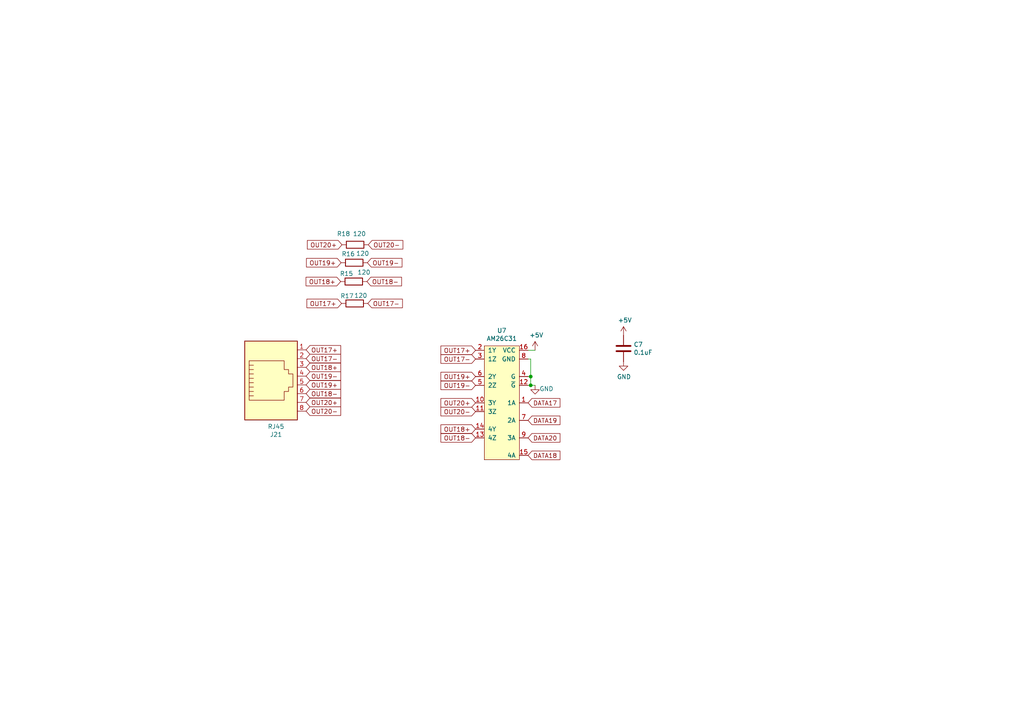
<source format=kicad_sch>
(kicad_sch (version 20211123) (generator eeschema)
  (paper "A4")
  (title_block (title "BBB 16 SMD") (date "2022-02-11") (rev "v2"))
  (lib_symbols
    (symbol "AM26C31:AM26C31" (pin_names (offset 1.016))
      (property "Reference" "IC" (at -5.08 17.78 0))
      (property "Value" "AM26C31" (at -5.08 -17.78 0))
      (symbol "AM26C31_0_0"
        (pin input line (at -7.62 0 0) (length 2.54) (name "1A") (number "1"))
        (pin output line (at 7.62 0 180) (length 2.54) (name "3Y") (number "10"))
        (pin output line (at 7.62 -2.54 180) (length 2.54) (name "3Z") (number "11"))
        (pin input line (at -7.62 5.08 0) (length 2.54) (name "~{G}") (number "12"))
        (pin output line (at 7.62 -10.16 180) (length 2.54) (name "4Z") (number "13"))
        (pin output line (at 7.62 -7.62 180) (length 2.54) (name "4Y") (number "14"))
        (pin input line (at -7.62 -15.24 0) (length 2.54) (name "4A") (number "15"))
        (pin power_in line (at -7.62 15.24 0) (length 2.54) (name "VCC") (number "16"))
        (pin output line (at 7.62 15.24 180) (length 2.54) (name "1Y") (number "2"))
        (pin output line (at 7.62 12.7 180) (length 2.54) (name "1Z") (number "3"))
        (pin input line (at -7.62 7.62 0) (length 2.54) (name "G") (number "4"))
        (pin output line (at 7.62 5.08 180) (length 2.54) (name "2Z") (number "5"))
        (pin output line (at 7.62 7.62 180) (length 2.54) (name "2Y") (number "6"))
        (pin input line (at -7.62 -5.08 0) (length 2.54) (name "2A") (number "7"))
        (pin power_in line (at -7.62 12.7 0) (length 2.54) (name "GND") (number "8"))
        (pin input line (at -7.62 -10.16 0) (length 2.54) (name "3A") (number "9"))
      )
      (symbol "AM26C31_0_1"
        (rectangle (start -5.08 16.51) (end 5.08 -16.51) (fill (type background)))
      )
    )
    (symbol "Connector:RJ45" (pin_names (offset 1.016))
      (property "Reference" "J" (at -5.08 13.97 0))
      (property "Value" "RJ45" (at 2.54 13.97 0))
      (symbol "RJ45_0_1"
        (polyline (pts (xy -5.08 4.445) (xy -6.35 4.445)))
        (polyline (pts (xy -5.08 5.715) (xy -6.35 5.715)))
        (polyline (pts (xy -6.35 -3.175) (xy -5.08 -3.175) (xy -5.08 -3.175)))
        (polyline (pts (xy -6.35 -1.905) (xy -5.08 -1.905) (xy -5.08 -1.905)))
        (polyline (pts (xy -6.35 -0.635) (xy -5.08 -0.635) (xy -5.08 -0.635)))
        (polyline (pts (xy -6.35 0.635) (xy -5.08 0.635) (xy -5.08 0.635)))
        (polyline (pts (xy -6.35 1.905) (xy -5.08 1.905) (xy -5.08 1.905)))
        (polyline (pts (xy -5.08 3.175) (xy -6.35 3.175) (xy -6.35 3.175)))
        (polyline (pts (xy -6.35 -4.445) (xy -6.35 6.985) (xy 3.81 6.985) (xy 3.81 4.445) (xy 5.08 4.445) (xy 5.08 3.175) (xy 6.35 3.175) (xy 6.35 -0.635) (xy 5.08 -0.635) (xy 5.08 -1.905) (xy 3.81 -1.905) (xy 3.81 -4.445) (xy -6.35 -4.445) (xy -6.35 -4.445)))
        (rectangle (start 7.62 12.7) (end -7.62 -10.16) (stroke (width 0.254)) (fill (type background)))
      )
      (symbol "RJ45_1_1"
        (pin passive line (at 10.16 -7.62 180) (length 2.54) (name "~") (number "1"))
        (pin passive line (at 10.16 -5.08 180) (length 2.54) (name "~") (number "2"))
        (pin passive line (at 10.16 -2.54 180) (length 2.54) (name "~") (number "3"))
        (pin passive line (at 10.16 0 180) (length 2.54) (name "~") (number "4"))
        (pin passive line (at 10.16 2.54 180) (length 2.54) (name "~") (number "5"))
        (pin passive line (at 10.16 5.08 180) (length 2.54) (name "~") (number "6"))
        (pin passive line (at 10.16 7.62 180) (length 2.54) (name "~") (number "7"))
        (pin passive line (at 10.16 10.16 180) (length 2.54) (name "~") (number "8"))
      )
    )
    (symbol "Device:C" (pin_numbers hide) (pin_names (offset 0.254))
      (property "Reference" "C" (at 0.635 2.54 0))
      (property "Value" "C" (at 0.635 -2.54 0))
      (symbol "C_0_1"
        (polyline (pts (xy -2.032 -0.762) (xy 2.032 -0.762)) (stroke (width 0.508)))
        (polyline (pts (xy -2.032 0.762) (xy 2.032 0.762)) (stroke (width 0.508)))
      )
      (symbol "C_1_1"
        (pin passive line (at 0 3.81 270) (length 2.794) (name "~") (number "1"))
        (pin passive line (at 0 -3.81 90) (length 2.794) (name "~") (number "2"))
      )
    )
    (symbol "PB_16-rescue:R-Device" (pin_numbers hide) (pin_names (offset 0))
      (property "Reference" "R" (at 2.032 0 90))
      (property "Value" "R-Device" (at 0 0 90))
      (symbol "R-Device_0_1"
        (rectangle (start -1.016 -2.54) (end 1.016 2.54) (stroke (width 0.254)))
      )
      (symbol "R-Device_1_1"
        (pin passive line (at 0 3.81 270) (length 1.27) (name "~") (number "1"))
        (pin passive line (at 0 -3.81 90) (length 1.27) (name "~") (number "2"))
      )
    )
    (symbol "power:+5V" (power) (pin_names (offset 0))
      (property "Value" "+5V" (at 0 3.556 0))
      (symbol "+5V_0_1"
        (polyline (pts (xy -0.762 1.27) (xy 0 2.54)))
        (polyline (pts (xy 0 0) (xy 0 2.54)))
        (polyline (pts (xy 0 2.54) (xy 0.762 1.27)))
      )
      (symbol "+5V_1_1"
        (pin power_in line (at 0 0 90) (length 0) hide (name "+5V") (number "1"))
      )
    )
    (symbol "power:GND" (power) (pin_names (offset 0))
      (property "Value" "GND" (at 0 -3.81 0))
      (symbol "GND_0_1"
        (polyline (pts (xy 0 0) (xy 0 -1.27) (xy 1.27 -1.27) (xy 0 -2.54) (xy -1.27 -1.27) (xy 0 -1.27)))
      )
      (symbol "GND_1_1"
        (pin power_in line (at 0 0 270) (length 0) hide (name "GND") (number "1"))
      )
    )
  )
  (junction (at 153.924 109.22))
  (junction (at 153.924 111.76))
  (wire (pts (xy 155.194 111.76) (xy 153.924 111.76)))
  (wire (pts (xy 153.162 104.14) (xy 153.924 104.14)))
  (wire (pts (xy 153.162 109.22) (xy 153.924 109.22)))
  (wire (pts (xy 153.924 104.14) (xy 153.924 109.22)))
  (wire (pts (xy 153.924 111.76) (xy 153.162 111.76)))
  (wire (pts (xy 153.162 101.6) (xy 155.194 101.6)))
  (wire (pts (xy 153.924 109.22) (xy 153.924 111.76)))
  (global_label "OUT20-" (shape input) (at 88.773 119.253 0) (property "Intersheet References" "${INTERSHEET_REFS}" (effects hide)))
  (global_label "OUT20+" (shape input) (at 88.773 116.713 0) (property "Intersheet References" "${INTERSHEET_REFS}" (effects hide)))
  (global_label "OUT19+" (shape input) (at 137.922 109.22 180) (property "Intersheet References" "${INTERSHEET_REFS}" (effects hide)))
  (global_label "OUT20-" (shape input) (at 137.922 119.38 180) (property "Intersheet References" "${INTERSHEET_REFS}" (effects hide)))
  (global_label "OUT19-" (shape input) (at 106.553 76.2 0) (property "Intersheet References" "${INTERSHEET_REFS}" (effects hide)))
  (global_label "DATA19" (shape input) (at 153.162 121.92 0) (property "Intersheet References" "${INTERSHEET_REFS}" (effects hide)))
  (global_label "OUT19+" (shape input) (at 88.773 111.633 0) (property "Intersheet References" "${INTERSHEET_REFS}" (effects hide)))
  (global_label "OUT17-" (shape input) (at 137.922 104.14 180) (property "Intersheet References" "${INTERSHEET_REFS}" (effects hide)))
  (global_label "OUT18-" (shape input) (at 88.773 114.173 0) (property "Intersheet References" "${INTERSHEET_REFS}" (effects hide)))
  (global_label "OUT19+" (shape input) (at 98.933 76.2 180) (property "Intersheet References" "${INTERSHEET_REFS}" (effects hide)))
  (global_label "OUT20+" (shape input) (at 137.922 116.84 180) (property "Intersheet References" "${INTERSHEET_REFS}" (effects hide)))
  (global_label "OUT18-" (shape input) (at 137.922 127 180) (property "Intersheet References" "${INTERSHEET_REFS}" (effects hide)))
  (global_label "OUT18+" (shape input) (at 88.773 106.553 0) (property "Intersheet References" "${INTERSHEET_REFS}" (effects hide)))
  (global_label "OUT17-" (shape input) (at 106.68 88.011 0) (property "Intersheet References" "${INTERSHEET_REFS}" (effects hide)))
  (global_label "DATA17" (shape input) (at 153.162 116.84 0) (property "Intersheet References" "${INTERSHEET_REFS}" (effects hide)))
  (global_label "OUT17+" (shape input) (at 88.773 101.473 0) (property "Intersheet References" "${INTERSHEET_REFS}" (effects hide)))
  (global_label "OUT17+" (shape input) (at 137.922 101.6 180) (property "Intersheet References" "${INTERSHEET_REFS}" (effects hide)))
  (global_label "OUT18+" (shape input) (at 98.806 81.661 180) (property "Intersheet References" "${INTERSHEET_REFS}" (effects hide)))
  (global_label "OUT19-" (shape input) (at 137.922 111.76 180) (property "Intersheet References" "${INTERSHEET_REFS}" (effects hide)))
  (global_label "DATA20" (shape input) (at 153.162 127 0) (property "Intersheet References" "${INTERSHEET_REFS}" (effects hide)))
  (global_label "OUT20+" (shape input) (at 99.187 70.993 180) (property "Intersheet References" "${INTERSHEET_REFS}" (effects hide)))
  (global_label "OUT17-" (shape input) (at 88.773 104.013 0) (property "Intersheet References" "${INTERSHEET_REFS}" (effects hide)))
  (global_label "OUT19-" (shape input) (at 88.773 109.093 0) (property "Intersheet References" "${INTERSHEET_REFS}" (effects hide)))
  (global_label "OUT20-" (shape input) (at 106.807 70.993 0) (property "Intersheet References" "${INTERSHEET_REFS}" (effects hide)))
  (global_label "DATA18" (shape input) (at 153.162 132.08 0) (property "Intersheet References" "${INTERSHEET_REFS}" (effects hide)))
  (global_label "OUT18+" (shape input) (at 137.922 124.46 180) (property "Intersheet References" "${INTERSHEET_REFS}" (effects hide)))
  (global_label "OUT18-" (shape input) (at 106.426 81.661 0) (property "Intersheet References" "${INTERSHEET_REFS}" (effects hide)))
  (global_label "OUT17+" (shape input) (at 99.06 88.011 180) (property "Intersheet References" "${INTERSHEET_REFS}" (effects hide)))
  (symbol (lib_id "Device:C") (at 180.848 101.092 0) (unit 1)
    (property "Reference" "C7" (at 183.769 99.9236 0) (effects (justify left)))
    (property "Value" "0.1uF" (at 183.769 102.235 0) (effects (justify left)))
    (property "Footprint" "Capacitor_SMD:C_0603_1608Metric_Pad1.08x0.95mm_HandSolder" (effects hide))
    (property "Digi-Key_PN" "1276-1935-2-ND" (effects hide))
    (property "MPN" "CL10B104KB8NNWC" (effects hide))
    (property "LCSC" "C14663" (effects hide))
  )
  (symbol (lib_id "Connector:RJ45") (at 78.613 109.093 0) (mirror x) (unit 1)
    (property "Reference" "J21" (at 80.0608 126.0348 0))
    (property "Value" "RJ45" (at 80.0608 123.7234 0))
    (property "Footprint" "Connector_RJ:RJ45_Amphenol_54602-x08_Horizontal" (effects hide))
    (property "MPN" "X05ADIWA1DY1022" (effects hide))
    (property "LCSC" "C2938579" (effects hide))
  )
  (symbol (lib_id "AM26C31:AM26C31") (at 145.542 116.84 0) (mirror y) (unit 1)
    (property "Reference" "U7" (at 145.542 95.885 0))
    (property "Value" "AM26C31" (at 145.542 98.1964 0))
    (property "Footprint" "Package_SO:SOIC-16_3.9x9.9mm_P1.27mm" (effects hide))
    (property "Datasheet" "http://www.ti.com.cn/cn/lit/ds/symlink/am26c31.pdf" (effects hide))
    (property "Digikey PN" "296-6785-5-ND" (effects hide))
    (property "Digi-Key_PN" "296-23457-1-ND" (effects hide))
    (property "LCSC" "C34923" (effects hide))
    (property "MPN" "AM26C31MDREP" (effects hide))
  )
  (symbol (lib_id "power:+5V") (at 180.848 97.282 0) (unit 1)
    (property "Reference" "#PWR045" (effects hide))
    (property "Value" "+5V" (at 181.229 92.8878 0))
  )
  (symbol (lib_id "power:+5V") (at 155.194 101.6 0) (unit 1)
    (property "Reference" "#PWR07" (effects hide))
    (property "Value" "+5V" (at 155.575 97.2058 0))
  )
  (symbol (lib_id "power:GND") (at 155.194 111.76 0) (unit 1)
    (property "Reference" "#PWR043" (effects hide))
    (property "Value" "GND" (at 158.496 112.776 0))
  )
  (symbol (lib_id "power:GND") (at 180.848 104.902 0) (unit 1)
    (property "Reference" "#PWR046" (effects hide))
    (property "Value" "GND" (at 180.975 109.2962 0))
  )
  (symbol (lib_id "PB_16-rescue:R-Device") (at 102.616 81.661 270) (unit 1)
    (property "Reference" "R15" (at 98.552 79.375 90) (effects (justify left)))
    (property "Value" "120" (at 103.632 78.994 90) (effects (justify left)))
    (property "Footprint" "Resistor_SMD:R_0603_1608Metric_Pad0.98x0.95mm_HandSolder" (effects hide))
    (property "Digi-Key_PN" "A129677CT-ND" (effects hide))
    (property "MPN" "CRGCQ0603F120R" (effects hide))
    (property "LCSC" "C22787" (effects hide))
  )
  (symbol (lib_id "PB_16-rescue:R-Device") (at 102.743 76.2 270) (unit 1)
    (property "Reference" "R16" (at 99.06 73.66 90) (effects (justify left)))
    (property "Value" "120" (at 103.251 73.533 90) (effects (justify left)))
    (property "Footprint" "Resistor_SMD:R_0603_1608Metric_Pad0.98x0.95mm_HandSolder" (effects hide))
    (property "Digi-Key_PN" "A129677CT-ND" (effects hide))
    (property "MPN" "CRGCQ0603F120R" (effects hide))
    (property "LCSC" "C22787" (effects hide))
  )
  (symbol (lib_id "PB_16-rescue:R-Device") (at 102.87 88.011 90) (unit 1)
    (property "Reference" "R17" (at 102.616 85.852 90) (effects (justify left)))
    (property "Value" "120" (at 106.553 85.725 90) (effects (justify left)))
    (property "Footprint" "Resistor_SMD:R_0603_1608Metric_Pad0.98x0.95mm_HandSolder" (effects hide))
    (property "Digi-Key_PN" "A129677CT-ND" (effects hide))
    (property "MPN" "CRGCQ0603F120R" (effects hide))
    (property "LCSC" "C22787" (effects hide))
  )
  (symbol (lib_id "PB_16-rescue:R-Device") (at 102.997 70.993 90) (unit 1)
    (property "Reference" "R18" (at 101.6 67.818 90) (effects (justify left)))
    (property "Value" "120" (at 106.172 67.818 90) (effects (justify left)))
    (property "Footprint" "Resistor_SMD:R_0603_1608Metric_Pad0.98x0.95mm_HandSolder" (effects hide))
    (property "Digi-Key_PN" "A129677CT-ND" (effects hide))
    (property "MPN" "CRGCQ0603F120R" (effects hide))
    (property "LCSC" "C22787" (effects hide))
  )
)
</source>
